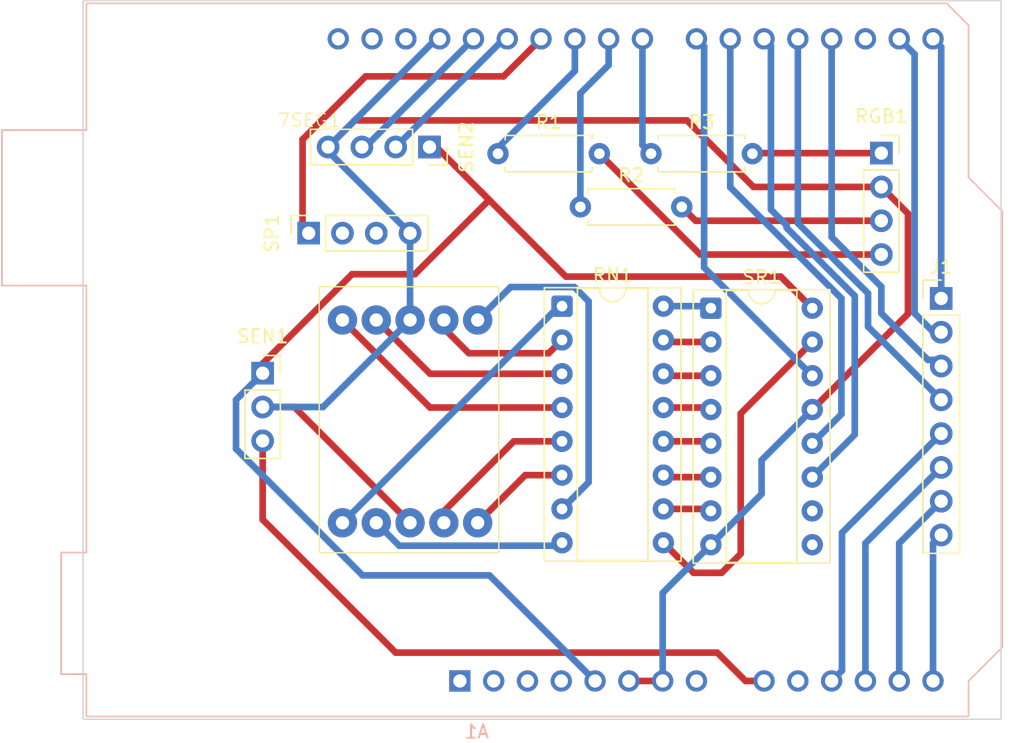
<source format=kicad_pcb>
(kicad_pcb (version 20241229) (generator "pcbnew") (generator_version "9.0")
  (layers (0 "F.Cu" signal) (2 "B.Cu" signal) (13 "F.Paste" user) (15 "B.Paste" user) (5 "F.SilkS" user "F.Silkscreen") (7 "B.SilkS" user "B.Silkscreen") (1 "F.Mask" user) (3 "B.Mask" user) (25 "Edge.Cuts" user))
  (net 0 "")
  (net 1 "/DP")
  (net 2 "/D")
  (net 3 "GND")
  (net 4 "/C")
  (net 5 "/B")
  (net 6 "/A")
  (net 7 "/G")
  (net 8 "/F")
  (net 9 "/E")
  (net 10 "/D2")
  (net 11 "/D13")
  (net 12 "/PWM9")
  (net 13 "/D4")
  (net 14 "/A1")
  (net 15 "/D6")
  (net 17 "/A2")
  (net 18 "/A4")
  (net 20 "/A5")
  (net 21 "/PWM11")
  (net 22 "/PWM8")
  (net 23 "/D7")
  (net 26 "/D3")
  (net 27 "/5v")
  (net 29 "/D12")
  (net 30 "/A0")
  (net 32 "/D1")
  (net 34 "/A3")
  (net 35 "/D5")
  (net 36 "/D0")
  (net 37 "/PWM10")
  (net 39 "Net-(RGB1-Pin_4)")
  (net 40 "Net-(RGB1-Pin_3)")
  (net 41 "Net-(RGB1-Pin_1)")
  (net 42 "/10")
  (net 43 "Net-(RN1-R3.2)")
  (net 44 "Net-(RN1-R2.2)")
  (net 45 "/11")
  (net 46 "/12")
  (net 47 "Net-(RN1-R4.2)")
  (net 48 "Net-(RN1-R1.2)")
  (net 49 "Net-(RN1-R8.2)")
  (footprint "Connector_PinSocket_2.54mm:PinSocket_1x03_P2.54mm_Vertical" (layer "F.Cu") (at 114 86)
    (property "Reference" "SEN1" (at 0 -2.77 0) (layer "F.SilkS"))
    (property "Value" "Conn_01x03_Socket")
    (fp_line (start -1.33 1.27) (end -1.33 6.41) (stroke (width 0.12)) (layer "F.SilkS"))
    (fp_line (start -1.33 1.27) (end 1.33 1.27) (stroke (width 0.12)) (layer "F.SilkS"))
    (fp_line (start -1.33 6.41) (end 1.33 6.41) (stroke (width 0.12)) (layer "F.SilkS"))
    (fp_line (start 0 -1.33) (end 1.33 -1.33) (stroke (width 0.12)) (layer "F.SilkS"))
    (fp_line (start 1.33 -1.33) (end 1.33 0) (stroke (width 0.12)) (layer "F.SilkS"))
    (fp_line (start 1.33 1.27) (end 1.33 6.41) (stroke (width 0.12)) (layer "F.SilkS"))
    (pad "1" thru_hole rect (at 0 0) (size 1.7 1.7) (drill 1) (layers "*.Cu" "*.Mask") (net 27 "/5v"))
    (pad "2" thru_hole circle (at 0 2.54) (size 1.7 1.7) (drill 1) (layers "*.Cu" "*.Mask") (net 3 "GND"))
    (pad "3" thru_hole circle (at 0 5.08) (size 1.7 1.7) (drill 1) (layers "*.Cu" "*.Mask") (net 30 "/A0"))
  )
  (footprint "Resistor_THT:R_Axial_DIN0207_L6.3mm_D2.5mm_P7.62mm_Horizontal" (layer "F.Cu") (at 131.69 69.5)
    (property "Reference" "R1" (at 3.81 -2.37 0) (layer "F.SilkS"))
    (property "Value" "R")
    (fp_line (start 0.54 -1.37) (end 7.08 -1.37) (stroke (width 0.12)) (layer "F.SilkS"))
    (fp_line (start 0.54 -1.04) (end 0.54 -1.37) (stroke (width 0.12)) (layer "F.SilkS"))
    (fp_line (start 0.54 1.04) (end 0.54 1.37) (stroke (width 0.12)) (layer "F.SilkS"))
    (fp_line (start 0.54 1.37) (end 7.08 1.37) (stroke (width 0.12)) (layer "F.SilkS"))
    (fp_line (start 7.08 -1.37) (end 7.08 -1.04) (stroke (width 0.12)) (layer "F.SilkS"))
    (fp_line (start 7.08 1.37) (end 7.08 1.04) (stroke (width 0.12)) (layer "F.SilkS"))
    (pad "1" thru_hole circle (at 0 0) (size 1.6 1.6) (drill 0.8) (layers "*.Cu" "*.Mask") (net 37 "/PWM10"))
    (pad "2" thru_hole circle (at 7.62 0) (size 1.6 1.6) (drill 0.8) (layers "*.Cu" "*.Mask") (net 39 "Net-(RGB1-Pin_4)"))
  )
  (footprint "Package_DIP:DIP-16_W7.62mm_Socket" (layer "F.Cu") (at 136.5 80.96)
    (property "Reference" "RN1" (at 3.81 -2.33 0) (layer "F.SilkS"))
    (property "Value" "R_Pack08")
    (fp_line (start 1.16 -1.33) (end 1.16 19.11) (stroke (width 0.12)) (layer "F.SilkS"))
    (fp_line (start 1.16 19.11) (end 6.46 19.11) (stroke (width 0.12)) (layer "F.SilkS"))
    (fp_line (start 2.81 -1.33) (end 1.16 -1.33) (stroke (width 0.12)) (layer "F.SilkS"))
    (fp_line (start 6.46 -1.33) (end 4.81 -1.33) (stroke (width 0.12)) (layer "F.SilkS"))
    (fp_line (start 6.46 19.11) (end 6.46 -1.33) (stroke (width 0.12)) (layer "F.SilkS"))
    (fp_rect (start -1.33 -1.39) (end 8.95 19.17) (stroke (width 0.12)) (fill no) (layer "F.SilkS"))
    (fp_arc (start 4.81 -1.33) (mid 3.81 -0.33) (end 2.81 -1.33) (stroke (width 0.12)) (layer "F.SilkS"))
    (pad "1" thru_hole roundrect (at 0 0) (size 1.6 1.6) (drill 0.8) (layers "*.Cu" "*.Mask") (roundrect_rratio 0.15625) (net 5 "/B"))
    (pad "2" thru_hole circle (at 0 2.54) (size 1.6 1.6) (drill 0.8) (layers "*.Cu" "*.Mask") (net 4 "/C"))
    (pad "3" thru_hole circle (at 0 5.08) (size 1.6 1.6) (drill 0.8) (layers "*.Cu" "*.Mask") (net 2 "/D"))
    (pad "4" thru_hole circle (at 0 7.62) (size 1.6 1.6) (drill 0.8) (layers "*.Cu" "*.Mask") (net 9 "/E"))
    (pad "5" thru_hole circle (at 0 10.16) (size 1.6 1.6) (drill 0.8) (layers "*.Cu" "*.Mask") (net 8 "/F"))
    (pad "6" thru_hole circle (at 0 12.7) (size 1.6 1.6) (drill 0.8) (layers "*.Cu" "*.Mask") (net 7 "/G"))
    (pad "7" thru_hole circle (at 0 15.24) (size 1.6 1.6) (drill 0.8) (layers "*.Cu" "*.Mask") (net 1 "/DP"))
    (pad "8" thru_hole circle (at 0 17.78) (size 1.6 1.6) (drill 0.8) (layers "*.Cu" "*.Mask") (net 6 "/A"))
    (pad "9" thru_hole circle (at 7.62 17.78) (size 1.6 1.6) (drill 0.8) (layers "*.Cu" "*.Mask") (net 49 "Net-(RN1-R8.2)"))
    (pad "10" thru_hole circle (at 7.62 15.24) (size 1.6 1.6) (drill 0.8) (layers "*.Cu" "*.Mask") (net 42 "/10"))
    (pad "11" thru_hole circle (at 7.62 12.7) (size 1.6 1.6) (drill 0.8) (layers "*.Cu" "*.Mask") (net 45 "/11"))
    (pad "12" thru_hole circle (at 7.62 10.16) (size 1.6 1.6) (drill 0.8) (layers "*.Cu" "*.Mask") (net 46 "/12"))
    (pad "13" thru_hole circle (at 7.62 7.62) (size 1.6 1.6) (drill 0.8) (layers "*.Cu" "*.Mask") (net 47 "Net-(RN1-R4.2)"))
    (pad "14" thru_hole circle (at 7.62 5.08) (size 1.6 1.6) (drill 0.8) (layers "*.Cu" "*.Mask") (net 43 "Net-(RN1-R3.2)"))
    (pad "15" thru_hole circle (at 7.62 2.54) (size 1.6 1.6) (drill 0.8) (layers "*.Cu" "*.Mask") (net 44 "Net-(RN1-R2.2)"))
    (pad "16" thru_hole circle (at 7.62 0) (size 1.6 1.6) (drill 0.8) (layers "*.Cu" "*.Mask") (net 48 "Net-(RN1-R1.2)"))
  )
  (footprint "footprints:LS-5161AS" (layer "F.Cu") (at 120 82)
    (property "Reference" "7SEG1" (at -2.5 -15 0) (layer "F.SilkS") (effects (font (thickness 0.1))))
    (property "Value" "D168K")
    (fp_rect (start -1.75 -2.5) (end 11.75 17.5) (stroke (width 0.1)) (fill no) (layer "F.SilkS"))
    (pad "1" thru_hole circle (at 0 0) (size 2.2 2.2) (drill 1) (layers "*.Cu" "*.Mask") (net 9 "/E"))
    (pad "2" thru_hole circle (at 2.54 0) (size 2.2 2.2) (drill 1) (layers "*.Cu" "*.Mask") (net 2 "/D"))
    (pad "3" thru_hole circle (at 5.08 0) (size 2.2 2.2) (drill 1) (layers "*.Cu" "*.Mask") (net 3 "GND"))
    (pad "4" thru_hole circle (at 7.62 0) (size 2.2 2.2) (drill 1) (layers "*.Cu" "*.Mask") (net 4 "/C"))
    (pad "5" thru_hole circle (at 10.16 0) (size 2.2 2.2) (drill 1) (layers "*.Cu" "*.Mask") (net 1 "/DP"))
    (pad "6" thru_hole circle (at 0 15.24) (size 2.2 2.2) (drill 1) (layers "*.Cu" "*.Mask") (net 5 "/B"))
    (pad "7" thru_hole circle (at 2.54 15.24) (size 2.2 2.2) (drill 1) (layers "*.Cu" "*.Mask") (net 6 "/A"))
    (pad "8" thru_hole circle (at 5.08 15.24) (size 2.2 2.2) (drill 1) (layers "*.Cu" "*.Mask") (net 3 "GND"))
    (pad "9" thru_hole circle (at 7.62 15.24) (size 2.2 2.2) (drill 1) (layers "*.Cu" "*.Mask") (net 8 "/F"))
    (pad "10" thru_hole circle (at 10.16 15.24) (size 2.2 2.2) (drill 1) (layers "*.Cu" "*.Mask") (net 7 "/G"))
  )
  (footprint "Resistor_THT:R_Axial_DIN0207_L6.3mm_D2.5mm_P7.62mm_Horizontal" (layer "F.Cu") (at 137.88 73.5)
    (property "Reference" "R2" (at 3.81 -2.37 0) (layer "F.SilkS"))
    (property "Value" "R")
    (fp_line (start 0.54 -1.37) (end 7.08 -1.37) (stroke (width 0.12)) (layer "F.SilkS"))
    (fp_line (start 0.54 -1.04) (end 0.54 -1.37) (stroke (width 0.12)) (layer "F.SilkS"))
    (fp_line (start 0.54 1.04) (end 0.54 1.37) (stroke (width 0.12)) (layer "F.SilkS"))
    (fp_line (start 0.54 1.37) (end 7.08 1.37) (stroke (width 0.12)) (layer "F.SilkS"))
    (fp_line (start 7.08 -1.37) (end 7.08 -1.04) (stroke (width 0.12)) (layer "F.SilkS"))
    (fp_line (start 7.08 1.37) (end 7.08 1.04) (stroke (width 0.12)) (layer "F.SilkS"))
    (pad "1" thru_hole circle (at 0 0) (size 1.6 1.6) (drill 0.8) (layers "*.Cu" "*.Mask") (net 12 "/PWM9"))
    (pad "2" thru_hole circle (at 7.62 0) (size 1.6 1.6) (drill 0.8) (layers "*.Cu" "*.Mask") (net 40 "Net-(RGB1-Pin_3)"))
  )
  (footprint "Connector_PinSocket_2.54mm:PinSocket_1x04_P2.54mm_Vertical" (layer "F.Cu") (at 126.54 69 -90)
    (property "Reference" "SEN2" (at 0 -2.77 90) (layer "F.SilkS"))
    (property "Value" "Conn_01x04_Socket")
    (fp_line (start -1.33 8.95) (end 1.33 8.95) (stroke (width 0.12)) (layer "F.SilkS"))
    (fp_line (start -1.33 1.27) (end -1.33 8.95) (stroke (width 0.12)) (layer "F.SilkS"))
    (fp_line (start -1.33 1.27) (end 1.33 1.27) (stroke (width 0.12)) (layer "F.SilkS"))
    (fp_line (start 1.33 1.27) (end 1.33 8.95) (stroke (width 0.12)) (layer "F.SilkS"))
    (fp_line (start 0 -1.33) (end 1.33 -1.33) (stroke (width 0.12)) (layer "F.SilkS"))
    (fp_line (start 1.33 -1.33) (end 1.33 0) (stroke (width 0.12)) (layer "F.SilkS"))
    (pad "1" thru_hole rect (at 0 0 270) (size 1.7 1.7) (drill 1) (layers "*.Cu" "*.Mask") (net 27 "/5v"))
    (pad "2" thru_hole circle (at 0 2.54 270) (size 1.7 1.7) (drill 1) (layers "*.Cu" "*.Mask") (net 29 "/D12"))
    (pad "3" thru_hole circle (at 0 5.08 270) (size 1.7 1.7) (drill 1) (layers "*.Cu" "*.Mask") (net 11 "/D13"))
    (pad "4" thru_hole circle (at 0 7.62 270) (size 1.7 1.7) (drill 1) (layers "*.Cu" "*.Mask") (net 3 "GND"))
  )
  (footprint "Connector_PinSocket_2.54mm:PinSocket_1x04_P2.54mm_Vertical" (layer "F.Cu") (at 160.5 69.46)
    (property "Reference" "RGB1" (at 0 -2.77 0) (layer "F.SilkS"))
    (property "Value" "Conn_01x04_Socket")
    (fp_line (start -1.33 1.27) (end -1.33 8.95) (stroke (width 0.12)) (layer "F.SilkS"))
    (fp_line (start -1.33 1.27) (end 1.33 1.27) (stroke (width 0.12)) (layer "F.SilkS"))
    (fp_line (start -1.33 8.95) (end 1.33 8.95) (stroke (width 0.12)) (layer "F.SilkS"))
    (fp_line (start 0 -1.33) (end 1.33 -1.33) (stroke (width 0.12)) (layer "F.SilkS"))
    (fp_line (start 1.33 -1.33) (end 1.33 0) (stroke (width 0.12)) (layer "F.SilkS"))
    (fp_line (start 1.33 1.27) (end 1.33 8.95) (stroke (width 0.12)) (layer "F.SilkS"))
    (pad "1" thru_hole rect (at 0 0) (size 1.7 1.7) (drill 1) (layers "*.Cu" "*.Mask") (net 41 "Net-(RGB1-Pin_1)"))
    (pad "2" thru_hole circle (at 0 2.54) (size 1.7 1.7) (drill 1) (layers "*.Cu" "*.Mask") (net 3 "GND"))
    (pad "3" thru_hole circle (at 0 5.08) (size 1.7 1.7) (drill 1) (layers "*.Cu" "*.Mask") (net 40 "Net-(RGB1-Pin_3)"))
    (pad "4" thru_hole circle (at 0 7.62) (size 1.7 1.7) (drill 1) (layers "*.Cu" "*.Mask") (net 39 "Net-(RGB1-Pin_4)"))
  )
  (footprint "Resistor_THT:R_Axial_DIN0207_L6.3mm_D2.5mm_P7.62mm_Horizontal" (layer "F.Cu") (at 143.19 69.5)
    (property "Reference" "R3" (at 3.81 -2.37 0) (layer "F.SilkS"))
    (property "Value" "R")
    (fp_line (start 0.54 -1.37) (end 7.08 -1.37) (stroke (width 0.12)) (layer "F.SilkS"))
    (fp_line (start 0.54 -1.04) (end 0.54 -1.37) (stroke (width 0.12)) (layer "F.SilkS"))
    (fp_line (start 0.54 1.04) (end 0.54 1.37) (stroke (width 0.12)) (layer "F.SilkS"))
    (fp_line (start 0.54 1.37) (end 7.08 1.37) (stroke (width 0.12)) (layer "F.SilkS"))
    (fp_line (start 7.08 -1.37) (end 7.08 -1.04) (stroke (width 0.12)) (layer "F.SilkS"))
    (fp_line (start 7.08 1.37) (end 7.08 1.04) (stroke (width 0.12)) (layer "F.SilkS"))
    (pad "1" thru_hole circle (at 0 0) (size 1.6 1.6) (drill 0.8) (layers "*.Cu" "*.Mask") (net 22 "/PWM8"))
    (pad "2" thru_hole circle (at 7.62 0) (size 1.6 1.6) (drill 0.8) (layers "*.Cu" "*.Mask") (net 41 "Net-(RGB1-Pin_1)"))
  )
  (footprint "Connector_PinSocket_2.54mm:PinSocket_1x04_P2.54mm_Vertical" (layer "F.Cu") (at 117.46 75.475 90)
    (property "Reference" "SP1" (at 0 -2.77 90) (layer "F.SilkS"))
    (property "Value" "Conn_01x04_Socket")
    (fp_line (start 1.33 -1.33) (end 1.33 0) (stroke (width 0.12)) (layer "F.SilkS"))
    (fp_line (start 0 -1.33) (end 1.33 -1.33) (stroke (width 0.12)) (layer "F.SilkS"))
    (fp_line (start 1.33 1.27) (end 1.33 8.95) (stroke (width 0.12)) (layer "F.SilkS"))
    (fp_line (start -1.33 1.27) (end 1.33 1.27) (stroke (width 0.12)) (layer "F.SilkS"))
    (fp_line (start -1.33 1.27) (end -1.33 8.95) (stroke (width 0.12)) (layer "F.SilkS"))
    (fp_line (start -1.33 8.95) (end 1.33 8.95) (stroke (width 0.12)) (layer "F.SilkS"))
    (pad "1" thru_hole rect (at 0 0 90) (size 1.7 1.7) (drill 1) (layers "*.Cu" "*.Mask") (net 21 "/PWM11"))
    (pad "2" thru_hole circle (at 0 2.54 90) (size 1.7 1.7) (drill 1) (layers "*.Cu" "*.Mask"))
    (pad "3" thru_hole circle (at 0 5.08 90) (size 1.7 1.7) (drill 1) (layers "*.Cu" "*.Mask"))
    (pad "4" thru_hole circle (at 0 7.62 90) (size 1.7 1.7) (drill 1) (layers "*.Cu" "*.Mask") (net 3 "GND"))
  )
  (footprint "Package_DIP:DIP-16_W7.62mm_Socket" (layer "F.Cu") (at 147.69 81.11)
    (property "Reference" "SR1" (at 3.81 -2.33 0) (layer "F.SilkS"))
    (property "Value" "74HC595")
    (fp_line (start 1.16 -1.33) (end 1.16 19.11) (stroke (width 0.12)) (layer "F.SilkS"))
    (fp_line (start 1.16 19.11) (end 6.46 19.11) (stroke (width 0.12)) (layer "F.SilkS"))
    (fp_line (start 2.81 -1.33) (end 1.16 -1.33) (stroke (width 0.12)) (layer "F.SilkS"))
    (fp_line (start 6.46 -1.33) (end 4.81 -1.33) (stroke (width 0.12)) (layer "F.SilkS"))
    (fp_line (start 6.46 19.11) (end 6.46 -1.33) (stroke (width 0.12)) (layer "F.SilkS"))
    (fp_rect (start -1.33 -1.39) (end 8.95 19.17) (stroke (width 0.12)) (fill no) (layer "F.SilkS"))
    (fp_arc (start 4.81 -1.33) (mid 3.81 -0.33) (end 2.81 -1.33) (stroke (width 0.12)) (layer "F.SilkS"))
    (pad "1" thru_hole roundrect (at 0 0) (size 1.6 1.6) (drill 0.8) (layers "*.Cu" "*.Mask") (roundrect_rratio 0.15625) (net 48 "Net-(RN1-R1.2)"))
    (pad "2" thru_hole circle (at 0 2.54) (size 1.6 1.6) (drill 0.8) (layers "*.Cu" "*.Mask") (net 44 "Net-(RN1-R2.2)"))
    (pad "3" thru_hole circle (at 0 5.08) (size 1.6 1.6) (drill 0.8) (layers "*.Cu" "*.Mask") (net 43 "Net-(RN1-R3.2)"))
    (pad "4" thru_hole circle (at 0 7.62) (size 1.6 1.6) (drill 0.8) (layers "*.Cu" "*.Mask") (net 47 "Net-(RN1-R4.2)"))
    (pad "5" thru_hole circle (at 0 10.16) (size 1.6 1.6) (drill 0.8) (layers "*.Cu" "*.Mask") (net 46 "/12"))
    (pad "6" thru_hole circle (at 0 12.7) (size 1.6 1.6) (drill 0.8) (layers "*.Cu" "*.Mask") (net 45 "/11"))
    (pad "7" thru_hole circle (at 0 15.24) (size 1.6 1.6) (drill 0.8) (layers "*.Cu" "*.Mask") (net 42 "/10"))
    (pad "8" thru_hole circle (at 0 17.78) (size 1.6 1.6) (drill 0.8) (layers "*.Cu" "*.Mask") (net 3 "GND"))
    (pad "9" thru_hole circle (at 7.62 17.78) (size 1.6 1.6) (drill 0.8) (layers "*.Cu" "*.Mask"))
    (pad "10" thru_hole circle (at 7.62 15.24) (size 1.6 1.6) (drill 0.8) (layers "*.Cu" "*.Mask"))
    (pad "11" thru_hole circle (at 7.62 12.7) (size 1.6 1.6) (drill 0.8) (layers "*.Cu" "*.Mask") (net 35 "/D5"))
    (pad "12" thru_hole circle (at 7.62 10.16) (size 1.6 1.6) (drill 0.8) (layers "*.Cu" "*.Mask") (net 15 "/D6"))
    (pad "13" thru_hole circle (at 7.62 7.62) (size 1.6 1.6) (drill 0.8) (layers "*.Cu" "*.Mask") (net 3 "GND"))
    (pad "14" thru_hole circle (at 7.62 5.08) (size 1.6 1.6) (drill 0.8) (layers "*.Cu" "*.Mask") (net 23 "/D7"))
    (pad "15" thru_hole circle (at 7.62 2.54) (size 1.6 1.6) (drill 0.8) (layers "*.Cu" "*.Mask") (net 49 "Net-(RN1-R8.2)"))
    (pad "16" thru_hole circle (at 7.62 0) (size 1.6 1.6) (drill 0.8) (layers "*.Cu" "*.Mask") (net 27 "/5v"))
  )
  (footprint "Connector_PinHeader_2.54mm:PinHeader_1x08_P2.54mm_Vertical" (layer "F.Cu") (at 165 80.38)
    (property "Reference" "J1" (at 0 -2.38 0) (layer "F.SilkS"))
    (property "Value" "Conn_01x08_Pin")
    (fp_line (start -1.38 -1.38) (end 0 -1.38) (stroke (width 0.12)) (layer "F.SilkS"))
    (fp_line (start -1.38 0) (end -1.38 -1.38) (stroke (width 0.12)) (layer "F.SilkS"))
    (fp_line (start -1.38 1.27) (end -1.38 19.16) (stroke (width 0.12)) (layer "F.SilkS"))
    (fp_line (start -1.38 1.27) (end 1.38 1.27) (stroke (width 0.12)) (layer "F.SilkS"))
    (fp_line (start -1.38 19.16) (end 1.38 19.16) (stroke (width 0.12)) (layer "F.SilkS"))
    (fp_line (start 1.38 1.27) (end 1.38 19.16) (stroke (width 0.12)) (layer "F.SilkS"))
    (pad "1" thru_hole rect (at 0 0) (size 1.7 1.7) (drill 1) (layers "*.Cu" "*.Mask") (net 36 "/D0"))
    (pad "2" thru_hole circle (at 0 2.54) (size 1.7 1.7) (drill 1) (layers "*.Cu" "*.Mask") (net 32 "/D1"))
    (pad "3" thru_hole circle (at 0 5.08) (size 1.7 1.7) (drill 1) (layers "*.Cu" "*.Mask") (net 26 "/D3"))
    (pad "4" thru_hole circle (at 0 7.62) (size 1.7 1.7) (drill 1) (layers "*.Cu" "*.Mask") (net 13 "/D4"))
    (pad "5" thru_hole circle (at 0 10.16) (size 1.7 1.7) (drill 1) (layers "*.Cu" "*.Mask") (net 17 "/A2"))
    (pad "6" thru_hole circle (at 0 12.7) (size 1.7 1.7) (drill 1) (layers "*.Cu" "*.Mask") (net 34 "/A3"))
    (pad "7" thru_hole circle (at 0 15.24) (size 1.7 1.7) (drill 1) (layers "*.Cu" "*.Mask") (net 18 "/A4"))
    (pad "8" thru_hole circle (at 0 17.78) (size 1.7 1.7) (drill 1) (layers "*.Cu" "*.Mask") (net 20 "/A5"))
  )
  (footprint "Module:Arduino_UNO_R3" (layer "B.Cu") (at 128.825 109.13)
    (property "Reference" "A1" (at 1.27 3.81 0) (layer "B.SilkS") (effects (justify mirror)))
    (property "Value" "Arduino_UNO_R3")
    (fp_line (start -34.42 -41.4) (end -28.07 -41.4) (stroke (width 0.12)) (layer "B.SilkS"))
    (fp_line (start -34.42 -29.72) (end -34.42 -41.4) (stroke (width 0.12)) (layer "B.SilkS"))
    (fp_line (start -29.97 -9.65) (end -28.07 -9.65) (stroke (width 0.12)) (layer "B.SilkS"))
    (fp_line (start -29.97 -0.51) (end -29.97 -9.65) (stroke (width 0.12)) (layer "B.SilkS"))
    (fp_line (start -28.07 -50.93) (end 36.58 -50.93) (stroke (width 0.12)) (layer "B.SilkS"))
    (fp_line (start -28.07 -41.4) (end -28.07 -50.93) (stroke (width 0.12)) (layer "B.SilkS"))
    (fp_line (start -28.07 -29.72) (end -34.42 -29.72) (stroke (width 0.12)) (layer "B.SilkS"))
    (fp_line (start -28.07 -9.65) (end -28.07 -29.72) (stroke (width 0.12)) (layer "B.SilkS"))
    (fp_line (start -28.07 -0.51) (end -29.97 -0.51) (stroke (width 0.12)) (layer "B.SilkS"))
    (fp_line (start -28.07 2.67) (end -28.07 -0.51) (stroke (width 0.12)) (layer "B.SilkS"))
    (fp_line (start 36.58 -50.93) (end 38.23 -49.28) (stroke (width 0.12)) (layer "B.SilkS"))
    (fp_line (start 38.23 -49.28) (end 38.23 -37.85) (stroke (width 0.12)) (layer "B.SilkS"))
    (fp_line (start 38.23 -37.85) (end 40.77 -35.31) (stroke (width 0.12)) (layer "B.SilkS"))
    (fp_line (start 38.23 0) (end 38.23 2.67) (stroke (width 0.12)) (layer "B.SilkS"))
    (fp_line (start 38.23 2.67) (end -28.07 2.67) (stroke (width 0.12)) (layer "B.SilkS"))
    (fp_line (start 40.77 -35.31) (end 40.77 -2.54) (stroke (width 0.12)) (layer "B.SilkS"))
    (fp_line (start 40.77 -2.54) (end 38.23 0) (stroke (width 0.12)) (layer "B.SilkS"))
    (pad "1" thru_hole rect (at 0 0 270) (size 1.6 1.6) (drill 1) (layers "*.Cu" "*.Mask"))
    (pad "2" thru_hole oval (at 2.54 0 270) (size 1.6 1.6) (drill 1) (layers "*.Cu" "*.Mask"))
    (pad "3" thru_hole oval (at 5.08 0 270) (size 1.6 1.6) (drill 1) (layers "*.Cu" "*.Mask"))
    (pad "4" thru_hole oval (at 7.62 0 270) (size 1.6 1.6) (drill 1) (layers "*.Cu" "*.Mask"))
    (pad "5" thru_hole oval (at 10.16 0 270) (size 1.6 1.6) (drill 1) (layers "*.Cu" "*.Mask") (net 27 "/5v"))
    (pad "6" thru_hole oval (at 12.7 0 270) (size 1.6 1.6) (drill 1) (layers "*.Cu" "*.Mask") (net 3 "GND"))
    (pad "7" thru_hole oval (at 15.24 0 270) (size 1.6 1.6) (drill 1) (layers "*.Cu" "*.Mask") (net 3 "GND"))
    (pad "8" thru_hole oval (at 17.78 0 270) (size 1.6 1.6) (drill 1) (layers "*.Cu" "*.Mask"))
    (pad "9" thru_hole oval (at 22.86 0 270) (size 1.6 1.6) (drill 1) (layers "*.Cu" "*.Mask") (net 30 "/A0"))
    (pad "10" thru_hole oval (at 25.4 0 270) (size 1.6 1.6) (drill 1) (layers "*.Cu" "*.Mask") (net 14 "/A1"))
    (pad "11" thru_hole oval (at 27.94 0 270) (size 1.6 1.6) (drill 1) (layers "*.Cu" "*.Mask") (net 17 "/A2"))
    (pad "12" thru_hole oval (at 30.48 0 270) (size 1.6 1.6) (drill 1) (layers "*.Cu" "*.Mask") (net 34 "/A3"))
    (pad "13" thru_hole oval (at 33.02 0 270) (size 1.6 1.6) (drill 1) (layers "*.Cu" "*.Mask") (net 18 "/A4"))
    (pad "14" thru_hole oval (at 35.56 0 270) (size 1.6 1.6) (drill 1) (layers "*.Cu" "*.Mask") (net 20 "/A5"))
    (pad "15" thru_hole oval (at 35.56 -48.26 270) (size 1.6 1.6) (drill 1) (layers "*.Cu" "*.Mask") (net 36 "/D0"))
    (pad "16" thru_hole oval (at 33.02 -48.26 270) (size 1.6 1.6) (drill 1) (layers "*.Cu" "*.Mask") (net 32 "/D1"))
    (pad "17" thru_hole oval (at 30.48 -48.26 270) (size 1.6 1.6) (drill 1) (layers "*.Cu" "*.Mask") (net 10 "/D2"))
    (pad "18" thru_hole oval (at 27.94 -48.26 270) (size 1.6 1.6) (drill 1) (layers "*.Cu" "*.Mask") (net 26 "/D3"))
    (pad "19" thru_hole oval (at 25.4 -48.26 270) (size 1.6 1.6) (drill 1) (layers "*.Cu" "*.Mask") (net 13 "/D4"))
    (pad "20" thru_hole oval (at 22.86 -48.26 270) (size 1.6 1.6) (drill 1) (layers "*.Cu" "*.Mask") (net 35 "/D5"))
    (pad "21" thru_hole oval (at 20.32 -48.26 270) (size 1.6 1.6) (drill 1) (layers "*.Cu" "*.Mask") (net 15 "/D6"))
    (pad "22" thru_hole oval (at 17.78 -48.26 270) (size 1.6 1.6) (drill 1) (layers "*.Cu" "*.Mask") (net 23 "/D7"))
    (pad "23" thru_hole oval (at 13.72 -48.26 270) (size 1.6 1.6) (drill 1) (layers "*.Cu" "*.Mask") (net 22 "/PWM8"))
    (pad "24" thru_hole oval (at 11.18 -48.26 270) (size 1.6 1.6) (drill 1) (layers "*.Cu" "*.Mask") (net 12 "/PWM9"))
    (pad "25" thru_hole oval (at 8.64 -48.26 270) (size 1.6 1.6) (drill 1) (layers "*.Cu" "*.Mask") (net 37 "/PWM10"))
    (pad "26" thru_hole oval (at 6.1 -48.26 270) (size 1.6 1.6) (drill 1) (layers "*.Cu" "*.Mask") (net 21 "/PWM11"))
    (pad "27" thru_hole oval (at 3.56 -48.26 270) (size 1.6 1.6) (drill 1) (layers "*.Cu" "*.Mask") (net 29 "/D12"))
    (pad "28" thru_hole oval (at 1.02 -48.26 270) (size 1.6 1.6) (drill 1) (layers "*.Cu" "*.Mask") (net 11 "/D13"))
    (pad "29" thru_hole oval (at -1.52 -48.26 270) (size 1.6 1.6) (drill 1) (layers "*.Cu" "*.Mask") (net 3 "GND"))
    (pad "30" thru_hole oval (at -4.06 -48.26 270) (size 1.6 1.6) (drill 1) (layers "*.Cu" "*.Mask"))
    (pad "31" thru_hole oval (at -6.6 -48.26 270) (size 1.6 1.6) (drill 1) (layers "*.Cu" "*.Mask"))
    (pad "32" thru_hole oval (at -9.14 -48.26 270) (size 1.6 1.6) (drill 1) (layers "*.Cu" "*.Mask"))
  )
  (gr_rect (start 100.5 58) (end 169.5 112) (stroke (width 0.1)) (fill no) (layer "Edge.Cuts"))
  (segment (start 138.5 80.598) (end 138.5 94.2) (width 0.5) (layer "B.Cu") (net 1))
  (segment (start 132.636 79.524) (end 137.426 79.524) (width 0.5) (layer "B.Cu") (net 1))
  (segment (start 137.426 79.524) (end 138.5 80.598) (width 0.5) (layer "B.Cu") (net 1))
  (segment (start 130.16 82) (end 132.636 79.524) (width 0.5) (layer "B.Cu") (net 1))
  (segment (start 138.5 94.2) (end 136.5 96.2) (width 0.5) (layer "B.Cu") (net 1))
  (segment (start 126.58 86.04) (end 122.54 82) (width 0.5) (layer "F.Cu") (net 2))
  (segment (start 136.5 86.04) (end 126.58 86.04) (width 0.5) (layer "F.Cu") (net 2))
  (segment (start 141.525 109.13) (end 144.065 109.13) (width 0.5) (layer "F.Cu") (net 3))
  (segment (start 114 88.54) (end 116.38 88.54) (width 0.5) (layer "F.Cu") (net 3))
  (segment (start 145.8902 67) (end 146.948 68.0578) (width 0.5) (layer "F.Cu") (net 3))
  (segment (start 116.38 88.54) (end 125.08 97.24) (width 0.5) (layer "F.Cu") (net 3))
  (segment (start 118.92 69) (end 120.92 67) (width 0.5) (layer "F.Cu") (net 3))
  (segment (start 162.5 74) (end 160.5 72) (width 0.5) (layer "F.Cu") (net 3))
  (segment (start 150.89 72) (end 160.5 72) (width 0.5) (layer "F.Cu") (net 3))
  (segment (start 120.92 67) (end 145.8902 67) (width 0.5) (layer "F.Cu") (net 3))
  (segment (start 155.31 88.73) (end 162.5 81.54) (width 0.5) (layer "F.Cu") (net 3))
  (segment (start 162.5 81.54) (end 162.5 74) (width 0.5) (layer "F.Cu") (net 3))
  (segment (start 146.948 68.0578) (end 150.89 72) (width 0.5) (layer "F.Cu") (net 3))
  (segment (start 119.194 69.5894) (end 125.08 75.475) (width 0.5) (layer "B.Cu") (net 3))
  (segment (start 118.92 69) (end 119.194 68.7256) (width 0.5) (layer "B.Cu") (net 3))
  (segment (start 151.5 95.08) (end 151.5 92.54) (width 0.5) (layer "B.Cu") (net 3))
  (segment (start 119.194 68.7256) (end 127.05 60.87) (width 0.5) (layer "B.Cu") (net 3))
  (segment (start 118.54 88.54) (end 114 88.54) (width 0.5) (layer "B.Cu") (net 3))
  (segment (start 144.065 102.515) (end 147.69 98.89) (width 0.5) (layer "B.Cu") (net 3))
  (segment (start 144.065 109.13) (end 144.065 102.515) (width 0.5) (layer "B.Cu") (net 3))
  (segment (start 125.08 75.475) (end 125.08 82) (width 0.5) (layer "B.Cu") (net 3))
  (segment (start 119.194 68.7256) (end 119.194 69.5894) (width 0.5) (layer "B.Cu") (net 3))
  (segment (start 125.08 82) (end 118.54 88.54) (width 0.5) (layer "B.Cu") (net 3))
  (segment (start 147.69 98.89) (end 151.5 95.08) (width 0.5) (layer "B.Cu") (net 3))
  (segment (start 151.5 92.54) (end 155.31 88.73) (width 0.5) (layer "B.Cu") (net 3))
  (segment (start 127.05 60.87) (end 127.305 60.87) (width 0.5) (layer "B.Cu") (net 3))
  (segment (start 136.5 83.5) (end 135.5 84.5) (width 0.5) (layer "F.Cu") (net 4))
  (segment (start 135.5 84.5) (end 129.5 84.5) (width 0.5) (layer "F.Cu") (net 4))
  (segment (start 129.5 84.5) (end 127.62 82.62) (width 0.5) (layer "F.Cu") (net 4))
  (segment (start 127.62 82.62) (end 127.62 82) (width 0.5) (layer "F.Cu") (net 4))
  (segment (start 136.5 80.96) (end 136.28 80.96) (width 0.5) (layer "B.Cu") (net 5))
  (segment (start 136.28 80.96) (end 120 97.24) (width 0.5) (layer "B.Cu") (net 5))
  (segment (start 136.5 98.74) (end 136.278 98.9623) (width 0.5) (layer "B.Cu") (net 6))
  (segment (start 124.262 98.9623) (end 122.54 97.24) (width 0.5) (layer "B.Cu") (net 6))
  (segment (start 136.278 98.9623) (end 124.262 98.9623) (width 0.5) (layer "B.Cu") (net 6))
  (segment (start 133.74 93.66) (end 130.16 97.24) (width 0.5) (layer "F.Cu") (net 7))
  (segment (start 136.5 93.66) (end 133.74 93.66) (width 0.5) (layer "F.Cu") (net 7))
  (segment (start 127.62 96.38) (end 132.88 91.12) (width 0.5) (layer "F.Cu") (net 8))
  (segment (start 132.88 91.12) (end 136.5 91.12) (width 0.5) (layer "F.Cu") (net 8))
  (segment (start 127.62 97.24) (end 127.62 96.38) (width 0.5) (layer "F.Cu") (net 8))
  (segment (start 126.58 88.58) (end 120 82) (width 0.5) (layer "F.Cu") (net 9))
  (segment (start 136.5 88.58) (end 126.58 88.58) (width 0.5) (layer "F.Cu") (net 9))
  (segment (start 129.845 60.87) (end 121.715 69) (width 0.5) (layer "B.Cu") (net 11))
  (segment (start 121.715 69) (end 121.46 69) (width 0.5) (layer "B.Cu") (net 11))
  (segment (start 137.88 73.5) (end 137.88 64.9632) (width 0.5) (layer "B.Cu") (net 12))
  (segment (start 140.005 62.8382) (end 140.005 60.87) (width 0.5) (layer "B.Cu") (net 12))
  (segment (start 137.88 64.9632) (end 140.005 62.8382) (width 0.5) (layer "B.Cu") (net 12))
  (segment (start 159.5 80) (end 154.225 74.725) (width 0.5) (layer "B.Cu") (net 13))
  (segment (start 159.5 82.5) (end 159.5 80) (width 0.5) (layer "B.Cu") (net 13))
  (segment (start 165 88) (end 159.5 82.5) (width 0.5) (layer "B.Cu") (net 13))
  (segment (start 154.225 74.725) (end 154.225 60.87) (width 0.5) (layer "B.Cu") (net 13))
  (segment (start 157.5 89.08) (end 157.5 80.378708) (width 0.5) (layer "B.Cu") (net 15))
  (segment (start 157.5 80.378708) (end 149.145 72.023708) (width 0.5) (layer "B.Cu") (net 15))
  (segment (start 155.31 91.27) (end 157.5 89.08) (width 0.5) (layer "B.Cu") (net 15))
  (segment (start 149.145 72.023708) (end 149.145 60.87) (width 0.5) (layer "B.Cu") (net 15))
  (segment (start 157.543 97.9966) (end 165 90.54) (width 0.5) (layer "B.Cu") (net 17))
  (segment (start 157.543 108.352) (end 157.543 97.9966) (width 0.5) (layer "B.Cu") (net 17))
  (segment (start 156.765 109.13) (end 157.543 108.352) (width 0.5) (layer "B.Cu") (net 17))
  (segment (start 165 95.62) (end 161.845 98.775) (width 0.5) (layer "B.Cu") (net 18))
  (segment (start 161.845 98.775) (end 161.845 109.13) (width 0.5) (layer "B.Cu") (net 18))
  (segment (start 165 98.16) (end 164.385 98.775) (width 0.5) (layer "B.Cu") (net 20))
  (segment (start 164.385 98.775) (end 164.385 109.13) (width 0.5) (layer "B.Cu") (net 20))
  (segment (start 132.104 63.6913) (end 121.73985 63.6913) (width 0.5) (layer "F.Cu") (net 21))
  (segment (start 121.73985 63.6913) (end 117 68.43115) (width 0.5) (layer "F.Cu") (net 21))
  (segment (start 134.925 60.87) (end 132.104 63.6913) (width 0.5) (layer "F.Cu") (net 21))
  (segment (start 117 75.015) (end 117.46 75.475) (width 0.5) (layer "F.Cu") (net 21))
  (segment (start 117 68.43115) (end 117 75.015) (width 0.5) (layer "F.Cu") (net 21))
  (segment (start 142.545 68.855) (end 142.545 60.87) (width 0.5) (layer "B.Cu") (net 22))
  (segment (start 143.19 69.5) (end 142.545 68.855) (width 0.5) (layer "B.Cu") (net 22))
  (segment (start 147.182 61.447) (end 147.182 78.0618) (width 0.5) (layer "B.Cu") (net 23))
  (segment (start 147.182 78.0618) (end 155.31 86.19) (width 0.5) (layer "B.Cu") (net 23))
  (segment (start 146.605 60.87) (end 147.182 61.447) (width 0.5) (layer "B.Cu") (net 23))
  (segment (start 160.5 79.5) (end 156.765 75.765) (width 0.5) (layer "B.Cu") (net 26))
  (segment (start 160.775454 81.775454) (end 160.5 81.5) (width 0.5) (layer "B.Cu") (net 26))
  (segment (start 165 85.47894) (end 164.999998 85.47894) (width 0.5) (layer "B.Cu") (net 26))
  (segment (start 160.5 81.5) (end 160.5 79.5) (width 0.5) (layer "B.Cu") (net 26))
  (segment (start 164 85) (end 160.775454 81.775454) (width 0.5) (layer "B.Cu") (net 26))
  (segment (start 156.765 75.765) (end 156.765 60.87) (width 0.5) (layer "B.Cu") (net 26))
  (segment (start 164.999998 85.47894) (end 164.521058 85) (width 0.5) (layer "B.Cu") (net 26))
  (segment (start 165 85.46) (end 165 85.47894) (width 0.5) (layer "B.Cu") (net 26))
  (segment (start 164.521058 85) (end 164 85) (width 0.5) (layer "B.Cu") (net 26))
  (segment (start 136.76 78.7077) (end 134.772 76.7195) (width 0.5) (layer "F.Cu") (net 27))
  (segment (start 127.052 69) (end 126.54 69) (width 0.5) (layer "F.Cu") (net 27))
  (segment (start 136.79102 78.73872) (end 136.76 78.7077) (width 0.5) (layer "F.Cu") (net 27))
  (segment (start 120.718 78.5607) (end 125.4393 78.5607) (width 0.5) (layer "F.Cu") (net 27))
  (segment (start 125.4393 78.5607) (end 131.026 72.974) (width 0.5) (layer "F.Cu") (net 27))
  (segment (start 114 85.2791) (end 120.718 78.5607) (width 0.5) (layer "F.Cu") (net 27))
  (segment (start 152.93892 78.73892) (end 152.93892 78.73872) (width 0.5) (layer "F.Cu") (net 27))
  (segment (start 114 86) (end 114 85.2791) (width 0.5) (layer "F.Cu") (net 27))
  (segment (start 130.335 72.283) (end 127.052 69) (width 0.5) (layer "F.Cu") (net 27))
  (segment (start 131.026 72.974) (end 130.335 72.283) (width 0.5) (layer "F.Cu") (net 27))
  (segment (start 155.31 81.11) (end 152.93892 78.73892) (width 0.5) (layer "F.Cu") (net 27))
  (segment (start 152.93892 78.73872) (end 136.79102 78.73872) (width 0.5) (layer "F.Cu") (net 27))
  (segment (start 134.772 76.7195) (end 130.335 72.283) (width 0.5) (layer "F.Cu") (net 27))
  (segment (start 131.0491 101.1941) (end 121.5096 101.1941) (width 0.5) (layer "B.Cu") (net 27))
  (segment (start 112 88) (end 114 86) (width 0.5) (layer "B.Cu") (net 27))
  (segment (start 121.5096 101.1941) (end 112 91.6845) (width 0.5) (layer "B.Cu") (net 27))
  (segment (start 138.985 109.13) (end 131.0491 101.1941) (width 0.5) (layer "B.Cu") (net 27))
  (segment (start 112 91.6845) (end 112 88) (width 0.5) (layer "B.Cu") (net 27))
  (segment (start 132.13 60.87) (end 132.385 60.87) (width 0.5) (layer "B.Cu") (net 29))
  (segment (start 124 69) (end 132.13 60.87) (width 0.5) (layer "B.Cu") (net 29))
  (segment (start 150.293 109.13) (end 148.163 107) (width 0.5) (layer "F.Cu") (net 30))
  (segment (start 151.685 109.13) (end 150.293 109.13) (width 0.5) (layer "F.Cu") (net 30))
  (segment (start 124 107) (end 114 97) (width 0.5) (layer "F.Cu") (net 30))
  (segment (start 148.163 107) (end 124 107) (width 0.5) (layer "F.Cu") (net 30))
  (segment (start 114 97) (end 114 91.08) (width 0.5) (layer "F.Cu") (net 30))
  (segment (start 163 62.025) (end 161.845 60.87) (width 0.5) (layer "B.Cu") (net 32))
  (segment (start 164.42 82.92) (end 163 81.5) (width 0.5) (layer "B.Cu") (net 32))
  (segment (start 163 81.5) (end 163 62.025) (width 0.5) (layer "B.Cu") (net 32))
  (segment (start 165 82.92) (end 164.42 82.92) (width 0.5) (layer "B.Cu") (net 32))
  (segment (start 159.305 98.775) (end 165 93.08) (width 0.5) (layer "B.Cu") (net 34))
  (segment (start 159.305 109.13) (end 159.305 98.775) (width 0.5) (layer "B.Cu") (net 34))
  (segment (start 152.202 61.387) (end 151.685 60.87) (width 0.5) (layer "B.Cu") (net 35))
  (segment (start 152.202 73.702) (end 152.202 61.387) (width 0.5) (layer "B.Cu") (net 35))
  (segment (start 153.384 74.884) (end 152.202 73.702) (width 0.5) (layer "B.Cu") (net 35))
  (segment (start 158.5 90.62) (end 158.5 80.189354) (width 0.5) (layer "B.Cu") (net 35))
  (segment (start 155.31 93.81) (end 158.5 90.62) (width 0.5) (layer "B.Cu") (net 35))
  (segment (start 158.5 80.189354) (end 153.384 75.073354) (width 0.5) (layer "B.Cu") (net 35))
  (segment (start 153.384 75.073354) (end 153.384 74.884) (width 0.5) (layer "B.Cu") (net 35))
  (segment (start 165 61.485) (end 164.385 60.87) (width 0.5) (layer "B.Cu") (net 36))
  (segment (start 165 80.38) (end 165 61.485) (width 0.5) (layer "B.Cu") (net 36))
  (segment (start 137.465 60.87) (end 137.465 63.2834) (width 0.5) (layer "B.Cu") (net 37))
  (segment (start 137.465 63.2834) (end 131.69 69.0584) (width 0.5) (layer "B.Cu") (net 37))
  (segment (start 131.69 69.0584) (end 131.69 69.5) (width 0.5) (layer "B.Cu") (net 37))
  (segment (start 139.31 69.5) (end 146.89 77.08) (width 0.5) (layer "F.Cu") (net 39))
  (segment (start 146.89 77.08) (end 160.5 77.08) (width 0.5) (layer "F.Cu") (net 39))
  (segment (start 146.54 74.54) (end 145.5 73.5) (width 0.5) (layer "F.Cu") (net 40))
  (segment (start 160.5 74.54) (end 146.54 74.54) (width 0.5) (layer "F.Cu") (net 40))
  (segment (start 150.85 69.46) (end 150.81 69.5) (width 0.5) (layer "F.Cu") (net 41))
  (segment (start 160.5 69.46) (end 150.85 69.46) (width 0.5) (layer "F.Cu") (net 41))
  (segment (start 144.12 96.2) (end 147.54 96.2) (width 0.5) (layer "F.Cu") (net 42))
  (segment (start 147.54 96.2) (end 147.69 96.35) (width 0.5) (layer "F.Cu") (net 42))
  (segment (start 147.69 86.19) (end 144.27 86.19) (width 0.5) (layer "F.Cu") (net 43))
  (segment (start 144.27 86.19) (end 144.12 86.04) (width 0.5) (layer "F.Cu") (net 43))
  (segment (start 144.27 83.65) (end 144.12 83.5) (width 0.5) (layer "F.Cu") (net 44))
  (segment (start 147.69 83.65) (end 144.27 83.65) (width 0.5) (layer "F.Cu") (net 44))
  (segment (start 147.69 93.81) (end 144.27 93.81) (width 0.5) (layer "F.Cu") (net 45))
  (segment (start 144.27 93.81) (end 144.12 93.66) (width 0.5) (layer "F.Cu") (net 45))
  (segment (start 144.12 91.12) (end 147.54 91.12) (width 0.5) (layer "F.Cu") (net 46))
  (segment (start 147.54 91.12) (end 147.69 91.27) (width 0.5) (layer "F.Cu") (net 46))
  (segment (start 147.54 88.58) (end 147.69 88.73) (width 0.5) (layer "F.Cu") (net 47))
  (segment (start 144.12 88.58) (end 147.54 88.58) (width 0.5) (layer "F.Cu") (net 47))
  (segment (start 147.54 80.96) (end 147.69 81.11) (width 0.5) (layer "B.Cu") (net 48))
  (segment (start 144.12 80.96) (end 147.54 80.96) (width 0.5) (layer "B.Cu") (net 48))
  (segment (start 148.5 101) (end 146.38 101) (width 0.5) (layer "F.Cu") (net 49))
  (segment (start 149.93 89.03) (end 149.93 99.57) (width 0.5) (layer "F.Cu") (net 49))
  (segment (start 146.38 101) (end 144.12 98.74) (width 0.5) (layer "F.Cu") (net 49))
  (segment (start 155.31 83.65) (end 149.93 89.03) (width 0.5) (layer "F.Cu") (net 49))
  (segment (start 149.93 99.57) (end 148.5 101) (width 0.5) (layer "F.Cu") (net 49))
)
</source>
